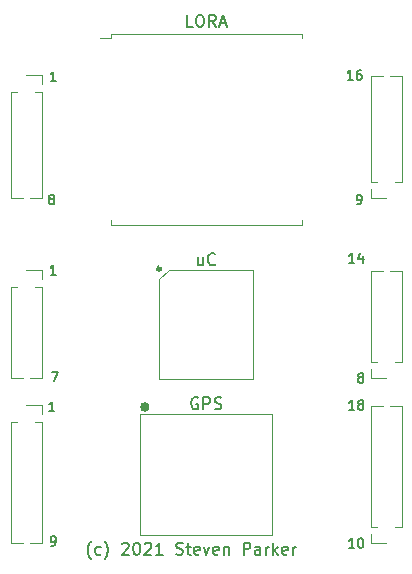
<source format=gbr>
%TF.GenerationSoftware,KiCad,Pcbnew,(5.1.10)-1*%
%TF.CreationDate,2021-12-23T09:49:10-08:00*%
%TF.ProjectId,ats-remote,6174732d-7265-46d6-9f74-652e6b696361,rev?*%
%TF.SameCoordinates,Original*%
%TF.FileFunction,Legend,Top*%
%TF.FilePolarity,Positive*%
%FSLAX46Y46*%
G04 Gerber Fmt 4.6, Leading zero omitted, Abs format (unit mm)*
G04 Created by KiCad (PCBNEW (5.1.10)-1) date 2021-12-23 09:49:10*
%MOMM*%
%LPD*%
G01*
G04 APERTURE LIST*
%ADD10C,0.200000*%
%ADD11C,0.150000*%
%ADD12C,0.120000*%
%ADD13C,0.400000*%
%ADD14C,0.300000*%
G04 APERTURE END LIST*
D10*
X147733809Y-122753333D02*
X147686190Y-122705714D01*
X147590952Y-122562857D01*
X147543333Y-122467619D01*
X147495714Y-122324761D01*
X147448095Y-122086666D01*
X147448095Y-121896190D01*
X147495714Y-121658095D01*
X147543333Y-121515238D01*
X147590952Y-121420000D01*
X147686190Y-121277142D01*
X147733809Y-121229523D01*
X148543333Y-122324761D02*
X148448095Y-122372380D01*
X148257619Y-122372380D01*
X148162380Y-122324761D01*
X148114761Y-122277142D01*
X148067142Y-122181904D01*
X148067142Y-121896190D01*
X148114761Y-121800952D01*
X148162380Y-121753333D01*
X148257619Y-121705714D01*
X148448095Y-121705714D01*
X148543333Y-121753333D01*
X148876666Y-122753333D02*
X148924285Y-122705714D01*
X149019523Y-122562857D01*
X149067142Y-122467619D01*
X149114761Y-122324761D01*
X149162380Y-122086666D01*
X149162380Y-121896190D01*
X149114761Y-121658095D01*
X149067142Y-121515238D01*
X149019523Y-121420000D01*
X148924285Y-121277142D01*
X148876666Y-121229523D01*
X150352857Y-121467619D02*
X150400476Y-121420000D01*
X150495714Y-121372380D01*
X150733809Y-121372380D01*
X150829047Y-121420000D01*
X150876666Y-121467619D01*
X150924285Y-121562857D01*
X150924285Y-121658095D01*
X150876666Y-121800952D01*
X150305238Y-122372380D01*
X150924285Y-122372380D01*
X151543333Y-121372380D02*
X151638571Y-121372380D01*
X151733809Y-121420000D01*
X151781428Y-121467619D01*
X151829047Y-121562857D01*
X151876666Y-121753333D01*
X151876666Y-121991428D01*
X151829047Y-122181904D01*
X151781428Y-122277142D01*
X151733809Y-122324761D01*
X151638571Y-122372380D01*
X151543333Y-122372380D01*
X151448095Y-122324761D01*
X151400476Y-122277142D01*
X151352857Y-122181904D01*
X151305238Y-121991428D01*
X151305238Y-121753333D01*
X151352857Y-121562857D01*
X151400476Y-121467619D01*
X151448095Y-121420000D01*
X151543333Y-121372380D01*
X152257619Y-121467619D02*
X152305238Y-121420000D01*
X152400476Y-121372380D01*
X152638571Y-121372380D01*
X152733809Y-121420000D01*
X152781428Y-121467619D01*
X152829047Y-121562857D01*
X152829047Y-121658095D01*
X152781428Y-121800952D01*
X152210000Y-122372380D01*
X152829047Y-122372380D01*
X153781428Y-122372380D02*
X153210000Y-122372380D01*
X153495714Y-122372380D02*
X153495714Y-121372380D01*
X153400476Y-121515238D01*
X153305238Y-121610476D01*
X153210000Y-121658095D01*
X154924285Y-122324761D02*
X155067142Y-122372380D01*
X155305238Y-122372380D01*
X155400476Y-122324761D01*
X155448095Y-122277142D01*
X155495714Y-122181904D01*
X155495714Y-122086666D01*
X155448095Y-121991428D01*
X155400476Y-121943809D01*
X155305238Y-121896190D01*
X155114761Y-121848571D01*
X155019523Y-121800952D01*
X154971904Y-121753333D01*
X154924285Y-121658095D01*
X154924285Y-121562857D01*
X154971904Y-121467619D01*
X155019523Y-121420000D01*
X155114761Y-121372380D01*
X155352857Y-121372380D01*
X155495714Y-121420000D01*
X155781428Y-121705714D02*
X156162380Y-121705714D01*
X155924285Y-121372380D02*
X155924285Y-122229523D01*
X155971904Y-122324761D01*
X156067142Y-122372380D01*
X156162380Y-122372380D01*
X156876666Y-122324761D02*
X156781428Y-122372380D01*
X156590952Y-122372380D01*
X156495714Y-122324761D01*
X156448095Y-122229523D01*
X156448095Y-121848571D01*
X156495714Y-121753333D01*
X156590952Y-121705714D01*
X156781428Y-121705714D01*
X156876666Y-121753333D01*
X156924285Y-121848571D01*
X156924285Y-121943809D01*
X156448095Y-122039047D01*
X157257619Y-121705714D02*
X157495714Y-122372380D01*
X157733809Y-121705714D01*
X158495714Y-122324761D02*
X158400476Y-122372380D01*
X158210000Y-122372380D01*
X158114761Y-122324761D01*
X158067142Y-122229523D01*
X158067142Y-121848571D01*
X158114761Y-121753333D01*
X158210000Y-121705714D01*
X158400476Y-121705714D01*
X158495714Y-121753333D01*
X158543333Y-121848571D01*
X158543333Y-121943809D01*
X158067142Y-122039047D01*
X158971904Y-121705714D02*
X158971904Y-122372380D01*
X158971904Y-121800952D02*
X159019523Y-121753333D01*
X159114761Y-121705714D01*
X159257619Y-121705714D01*
X159352857Y-121753333D01*
X159400476Y-121848571D01*
X159400476Y-122372380D01*
X160638571Y-122372380D02*
X160638571Y-121372380D01*
X161019523Y-121372380D01*
X161114761Y-121420000D01*
X161162380Y-121467619D01*
X161210000Y-121562857D01*
X161210000Y-121705714D01*
X161162380Y-121800952D01*
X161114761Y-121848571D01*
X161019523Y-121896190D01*
X160638571Y-121896190D01*
X162067142Y-122372380D02*
X162067142Y-121848571D01*
X162019523Y-121753333D01*
X161924285Y-121705714D01*
X161733809Y-121705714D01*
X161638571Y-121753333D01*
X162067142Y-122324761D02*
X161971904Y-122372380D01*
X161733809Y-122372380D01*
X161638571Y-122324761D01*
X161590952Y-122229523D01*
X161590952Y-122134285D01*
X161638571Y-122039047D01*
X161733809Y-121991428D01*
X161971904Y-121991428D01*
X162067142Y-121943809D01*
X162543333Y-122372380D02*
X162543333Y-121705714D01*
X162543333Y-121896190D02*
X162590952Y-121800952D01*
X162638571Y-121753333D01*
X162733809Y-121705714D01*
X162829047Y-121705714D01*
X163162380Y-122372380D02*
X163162380Y-121372380D01*
X163257619Y-121991428D02*
X163543333Y-122372380D01*
X163543333Y-121705714D02*
X163162380Y-122086666D01*
X164352857Y-122324761D02*
X164257619Y-122372380D01*
X164067142Y-122372380D01*
X163971904Y-122324761D01*
X163924285Y-122229523D01*
X163924285Y-121848571D01*
X163971904Y-121753333D01*
X164067142Y-121705714D01*
X164257619Y-121705714D01*
X164352857Y-121753333D01*
X164400476Y-121848571D01*
X164400476Y-121943809D01*
X163924285Y-122039047D01*
X164829047Y-122372380D02*
X164829047Y-121705714D01*
X164829047Y-121896190D02*
X164876666Y-121800952D01*
X164924285Y-121753333D01*
X165019523Y-121705714D01*
X165114761Y-121705714D01*
D11*
X144373619Y-121606904D02*
X144526000Y-121606904D01*
X144602190Y-121568809D01*
X144640285Y-121530714D01*
X144716476Y-121416428D01*
X144754571Y-121264047D01*
X144754571Y-120959285D01*
X144716476Y-120883095D01*
X144678380Y-120845000D01*
X144602190Y-120806904D01*
X144449809Y-120806904D01*
X144373619Y-120845000D01*
X144335523Y-120883095D01*
X144297428Y-120959285D01*
X144297428Y-121149761D01*
X144335523Y-121225952D01*
X144373619Y-121264047D01*
X144449809Y-121302142D01*
X144602190Y-121302142D01*
X144678380Y-121264047D01*
X144716476Y-121225952D01*
X144754571Y-121149761D01*
X170027619Y-121773904D02*
X169570476Y-121773904D01*
X169799047Y-121773904D02*
X169799047Y-120973904D01*
X169722857Y-121088190D01*
X169646666Y-121164380D01*
X169570476Y-121202476D01*
X170522857Y-120973904D02*
X170599047Y-120973904D01*
X170675238Y-121012000D01*
X170713333Y-121050095D01*
X170751428Y-121126285D01*
X170789523Y-121278666D01*
X170789523Y-121469142D01*
X170751428Y-121621523D01*
X170713333Y-121697714D01*
X170675238Y-121735809D01*
X170599047Y-121773904D01*
X170522857Y-121773904D01*
X170446666Y-121735809D01*
X170408571Y-121697714D01*
X170370476Y-121621523D01*
X170332380Y-121469142D01*
X170332380Y-121278666D01*
X170370476Y-121126285D01*
X170408571Y-121050095D01*
X170446666Y-121012000D01*
X170522857Y-120973904D01*
X170027619Y-110089904D02*
X169570476Y-110089904D01*
X169799047Y-110089904D02*
X169799047Y-109289904D01*
X169722857Y-109404190D01*
X169646666Y-109480380D01*
X169570476Y-109518476D01*
X170484761Y-109632761D02*
X170408571Y-109594666D01*
X170370476Y-109556571D01*
X170332380Y-109480380D01*
X170332380Y-109442285D01*
X170370476Y-109366095D01*
X170408571Y-109328000D01*
X170484761Y-109289904D01*
X170637142Y-109289904D01*
X170713333Y-109328000D01*
X170751428Y-109366095D01*
X170789523Y-109442285D01*
X170789523Y-109480380D01*
X170751428Y-109556571D01*
X170713333Y-109594666D01*
X170637142Y-109632761D01*
X170484761Y-109632761D01*
X170408571Y-109670857D01*
X170370476Y-109708952D01*
X170332380Y-109785142D01*
X170332380Y-109937523D01*
X170370476Y-110013714D01*
X170408571Y-110051809D01*
X170484761Y-110089904D01*
X170637142Y-110089904D01*
X170713333Y-110051809D01*
X170751428Y-110013714D01*
X170789523Y-109937523D01*
X170789523Y-109785142D01*
X170751428Y-109708952D01*
X170713333Y-109670857D01*
X170637142Y-109632761D01*
X170027619Y-97643904D02*
X169570476Y-97643904D01*
X169799047Y-97643904D02*
X169799047Y-96843904D01*
X169722857Y-96958190D01*
X169646666Y-97034380D01*
X169570476Y-97072476D01*
X170713333Y-97110571D02*
X170713333Y-97643904D01*
X170522857Y-96805809D02*
X170332380Y-97377238D01*
X170827619Y-97377238D01*
X170484809Y-107346761D02*
X170408619Y-107308666D01*
X170370523Y-107270571D01*
X170332428Y-107194380D01*
X170332428Y-107156285D01*
X170370523Y-107080095D01*
X170408619Y-107042000D01*
X170484809Y-107003904D01*
X170637190Y-107003904D01*
X170713380Y-107042000D01*
X170751476Y-107080095D01*
X170789571Y-107156285D01*
X170789571Y-107194380D01*
X170751476Y-107270571D01*
X170713380Y-107308666D01*
X170637190Y-107346761D01*
X170484809Y-107346761D01*
X170408619Y-107384857D01*
X170370523Y-107422952D01*
X170332428Y-107499142D01*
X170332428Y-107651523D01*
X170370523Y-107727714D01*
X170408619Y-107765809D01*
X170484809Y-107803904D01*
X170637190Y-107803904D01*
X170713380Y-107765809D01*
X170751476Y-107727714D01*
X170789571Y-107651523D01*
X170789571Y-107499142D01*
X170751476Y-107422952D01*
X170713380Y-107384857D01*
X170637190Y-107346761D01*
X144627571Y-110216904D02*
X144170428Y-110216904D01*
X144399000Y-110216904D02*
X144399000Y-109416904D01*
X144322809Y-109531190D01*
X144246619Y-109607380D01*
X144170428Y-109645476D01*
X144386333Y-106876904D02*
X144919666Y-106876904D01*
X144576809Y-107676904D01*
X144754571Y-98659904D02*
X144297428Y-98659904D01*
X144526000Y-98659904D02*
X144526000Y-97859904D01*
X144449809Y-97974190D01*
X144373619Y-98050380D01*
X144297428Y-98088476D01*
X169900619Y-82149904D02*
X169443476Y-82149904D01*
X169672047Y-82149904D02*
X169672047Y-81349904D01*
X169595857Y-81464190D01*
X169519666Y-81540380D01*
X169443476Y-81578476D01*
X170586333Y-81349904D02*
X170433952Y-81349904D01*
X170357761Y-81388000D01*
X170319666Y-81426095D01*
X170243476Y-81540380D01*
X170205380Y-81692761D01*
X170205380Y-81997523D01*
X170243476Y-82073714D01*
X170281571Y-82111809D01*
X170357761Y-82149904D01*
X170510142Y-82149904D01*
X170586333Y-82111809D01*
X170624428Y-82073714D01*
X170662523Y-81997523D01*
X170662523Y-81807047D01*
X170624428Y-81730857D01*
X170586333Y-81692761D01*
X170510142Y-81654666D01*
X170357761Y-81654666D01*
X170281571Y-81692761D01*
X170243476Y-81730857D01*
X170205380Y-81807047D01*
X170281619Y-92690904D02*
X170434000Y-92690904D01*
X170510190Y-92652809D01*
X170548285Y-92614714D01*
X170624476Y-92500428D01*
X170662571Y-92348047D01*
X170662571Y-92043285D01*
X170624476Y-91967095D01*
X170586380Y-91929000D01*
X170510190Y-91890904D01*
X170357809Y-91890904D01*
X170281619Y-91929000D01*
X170243523Y-91967095D01*
X170205428Y-92043285D01*
X170205428Y-92233761D01*
X170243523Y-92309952D01*
X170281619Y-92348047D01*
X170357809Y-92386142D01*
X170510190Y-92386142D01*
X170586380Y-92348047D01*
X170624476Y-92309952D01*
X170662571Y-92233761D01*
X144322809Y-92233761D02*
X144246619Y-92195666D01*
X144208523Y-92157571D01*
X144170428Y-92081380D01*
X144170428Y-92043285D01*
X144208523Y-91967095D01*
X144246619Y-91929000D01*
X144322809Y-91890904D01*
X144475190Y-91890904D01*
X144551380Y-91929000D01*
X144589476Y-91967095D01*
X144627571Y-92043285D01*
X144627571Y-92081380D01*
X144589476Y-92157571D01*
X144551380Y-92195666D01*
X144475190Y-92233761D01*
X144322809Y-92233761D01*
X144246619Y-92271857D01*
X144208523Y-92309952D01*
X144170428Y-92386142D01*
X144170428Y-92538523D01*
X144208523Y-92614714D01*
X144246619Y-92652809D01*
X144322809Y-92690904D01*
X144475190Y-92690904D01*
X144551380Y-92652809D01*
X144589476Y-92614714D01*
X144627571Y-92538523D01*
X144627571Y-92386142D01*
X144589476Y-92309952D01*
X144551380Y-92271857D01*
X144475190Y-92233761D01*
X144754571Y-82276904D02*
X144297428Y-82276904D01*
X144526000Y-82276904D02*
X144526000Y-81476904D01*
X144449809Y-81591190D01*
X144373619Y-81667380D01*
X144297428Y-81705476D01*
D12*
%TO.C,GPS*%
X163080000Y-120670000D02*
X163080000Y-110470000D01*
X163080000Y-110470000D02*
X152580000Y-110470000D01*
X151880000Y-110770000D02*
X151880000Y-120670000D01*
X151880000Y-120670000D02*
X163080000Y-120670000D01*
X152580000Y-110470000D02*
X151880000Y-110470000D01*
X151880000Y-110470000D02*
X151880000Y-110770000D01*
D13*
X152480000Y-109870000D02*
G75*
G03*
X152480000Y-109870000I-200000J0D01*
G01*
D12*
%TO.C,uC*%
X153505000Y-107480000D02*
X153505000Y-99060000D01*
X161455000Y-107480000D02*
X153505000Y-107480000D01*
X161455000Y-98260000D02*
X161455000Y-107480000D01*
X154305000Y-98260000D02*
X161455000Y-98260000D01*
X153505000Y-99060000D02*
X154305000Y-98260000D01*
D14*
X153621421Y-98170000D02*
G75*
G03*
X153621421Y-98170000I-141421J0D01*
G01*
D12*
%TO.C,LORA*%
X149380000Y-78260000D02*
X165580000Y-78260000D01*
X165580000Y-78260000D02*
X165580000Y-78660000D01*
X149380000Y-94060000D02*
X149380000Y-94460000D01*
X149380000Y-94460000D02*
X165580000Y-94460000D01*
X165580000Y-94460000D02*
X165580000Y-94060000D01*
X149380000Y-78260000D02*
X149380000Y-78610000D01*
X149380000Y-78610000D02*
X148480000Y-78610000D01*
%TO.C,J6*%
X174050000Y-120015000D02*
X173480000Y-120015000D01*
X171960000Y-120015000D02*
X171390000Y-120015000D01*
X174050000Y-120015000D02*
X174050000Y-109795000D01*
X174050000Y-109795000D02*
X173027530Y-109795000D01*
X172412470Y-109795000D02*
X171390000Y-109795000D01*
X171390000Y-120015000D02*
X171390000Y-109795000D01*
X171390000Y-121410000D02*
X171390000Y-120650000D01*
X172720000Y-121410000D02*
X171390000Y-121410000D01*
%TO.C,J5*%
X140910000Y-111125000D02*
X141480000Y-111125000D01*
X143000000Y-111125000D02*
X143570000Y-111125000D01*
X140910000Y-111125000D02*
X140910000Y-121345000D01*
X140910000Y-121345000D02*
X141932470Y-121345000D01*
X142547530Y-121345000D02*
X143570000Y-121345000D01*
X143570000Y-111125000D02*
X143570000Y-121345000D01*
X143570000Y-109730000D02*
X143570000Y-110490000D01*
X142240000Y-109730000D02*
X143570000Y-109730000D01*
%TO.C,J4*%
X174050000Y-106045000D02*
X173480000Y-106045000D01*
X171960000Y-106045000D02*
X171390000Y-106045000D01*
X174050000Y-106045000D02*
X174050000Y-98365000D01*
X174050000Y-98365000D02*
X173027530Y-98365000D01*
X172412470Y-98365000D02*
X171390000Y-98365000D01*
X171390000Y-106045000D02*
X171390000Y-98365000D01*
X171390000Y-107440000D02*
X171390000Y-106680000D01*
X172720000Y-107440000D02*
X171390000Y-107440000D01*
%TO.C,J3*%
X140910000Y-99695000D02*
X141480000Y-99695000D01*
X143000000Y-99695000D02*
X143570000Y-99695000D01*
X140910000Y-99695000D02*
X140910000Y-107375000D01*
X140910000Y-107375000D02*
X141932470Y-107375000D01*
X142547530Y-107375000D02*
X143570000Y-107375000D01*
X143570000Y-99695000D02*
X143570000Y-107375000D01*
X143570000Y-98300000D02*
X143570000Y-99060000D01*
X142240000Y-98300000D02*
X143570000Y-98300000D01*
%TO.C,J2*%
X174050000Y-90805000D02*
X173480000Y-90805000D01*
X171960000Y-90805000D02*
X171390000Y-90805000D01*
X174050000Y-90805000D02*
X174050000Y-81855000D01*
X174050000Y-81855000D02*
X173027530Y-81855000D01*
X172412470Y-81855000D02*
X171390000Y-81855000D01*
X171390000Y-90805000D02*
X171390000Y-81855000D01*
X171390000Y-92200000D02*
X171390000Y-91440000D01*
X172720000Y-92200000D02*
X171390000Y-92200000D01*
%TO.C,J1*%
X140910000Y-83185000D02*
X141480000Y-83185000D01*
X143000000Y-83185000D02*
X143570000Y-83185000D01*
X140910000Y-83185000D02*
X140910000Y-92135000D01*
X140910000Y-92135000D02*
X141932470Y-92135000D01*
X142547530Y-92135000D02*
X143570000Y-92135000D01*
X143570000Y-83185000D02*
X143570000Y-92135000D01*
X143570000Y-81790000D02*
X143570000Y-82550000D01*
X142240000Y-81790000D02*
X143570000Y-81790000D01*
%TO.C,GPS*%
D11*
X156765714Y-109101000D02*
X156670476Y-109053380D01*
X156527619Y-109053380D01*
X156384761Y-109101000D01*
X156289523Y-109196238D01*
X156241904Y-109291476D01*
X156194285Y-109481952D01*
X156194285Y-109624809D01*
X156241904Y-109815285D01*
X156289523Y-109910523D01*
X156384761Y-110005761D01*
X156527619Y-110053380D01*
X156622857Y-110053380D01*
X156765714Y-110005761D01*
X156813333Y-109958142D01*
X156813333Y-109624809D01*
X156622857Y-109624809D01*
X157241904Y-110053380D02*
X157241904Y-109053380D01*
X157622857Y-109053380D01*
X157718095Y-109101000D01*
X157765714Y-109148619D01*
X157813333Y-109243857D01*
X157813333Y-109386714D01*
X157765714Y-109481952D01*
X157718095Y-109529571D01*
X157622857Y-109577190D01*
X157241904Y-109577190D01*
X158194285Y-110005761D02*
X158337142Y-110053380D01*
X158575238Y-110053380D01*
X158670476Y-110005761D01*
X158718095Y-109958142D01*
X158765714Y-109862904D01*
X158765714Y-109767666D01*
X158718095Y-109672428D01*
X158670476Y-109624809D01*
X158575238Y-109577190D01*
X158384761Y-109529571D01*
X158289523Y-109481952D01*
X158241904Y-109434333D01*
X158194285Y-109339095D01*
X158194285Y-109243857D01*
X158241904Y-109148619D01*
X158289523Y-109101000D01*
X158384761Y-109053380D01*
X158622857Y-109053380D01*
X158765714Y-109101000D01*
%TO.C,uC*%
X157194285Y-97194714D02*
X157194285Y-97861380D01*
X156765714Y-97194714D02*
X156765714Y-97718523D01*
X156813333Y-97813761D01*
X156908571Y-97861380D01*
X157051428Y-97861380D01*
X157146666Y-97813761D01*
X157194285Y-97766142D01*
X158241904Y-97766142D02*
X158194285Y-97813761D01*
X158051428Y-97861380D01*
X157956190Y-97861380D01*
X157813333Y-97813761D01*
X157718095Y-97718523D01*
X157670476Y-97623285D01*
X157622857Y-97432809D01*
X157622857Y-97289952D01*
X157670476Y-97099476D01*
X157718095Y-97004238D01*
X157813333Y-96909000D01*
X157956190Y-96861380D01*
X158051428Y-96861380D01*
X158194285Y-96909000D01*
X158241904Y-96956619D01*
%TO.C,LORA*%
X156337142Y-77668380D02*
X155860952Y-77668380D01*
X155860952Y-76668380D01*
X156860952Y-76668380D02*
X157051428Y-76668380D01*
X157146666Y-76716000D01*
X157241904Y-76811238D01*
X157289523Y-77001714D01*
X157289523Y-77335047D01*
X157241904Y-77525523D01*
X157146666Y-77620761D01*
X157051428Y-77668380D01*
X156860952Y-77668380D01*
X156765714Y-77620761D01*
X156670476Y-77525523D01*
X156622857Y-77335047D01*
X156622857Y-77001714D01*
X156670476Y-76811238D01*
X156765714Y-76716000D01*
X156860952Y-76668380D01*
X158289523Y-77668380D02*
X157956190Y-77192190D01*
X157718095Y-77668380D02*
X157718095Y-76668380D01*
X158099047Y-76668380D01*
X158194285Y-76716000D01*
X158241904Y-76763619D01*
X158289523Y-76858857D01*
X158289523Y-77001714D01*
X158241904Y-77096952D01*
X158194285Y-77144571D01*
X158099047Y-77192190D01*
X157718095Y-77192190D01*
X158670476Y-77382666D02*
X159146666Y-77382666D01*
X158575238Y-77668380D02*
X158908571Y-76668380D01*
X159241904Y-77668380D01*
%TD*%
M02*

</source>
